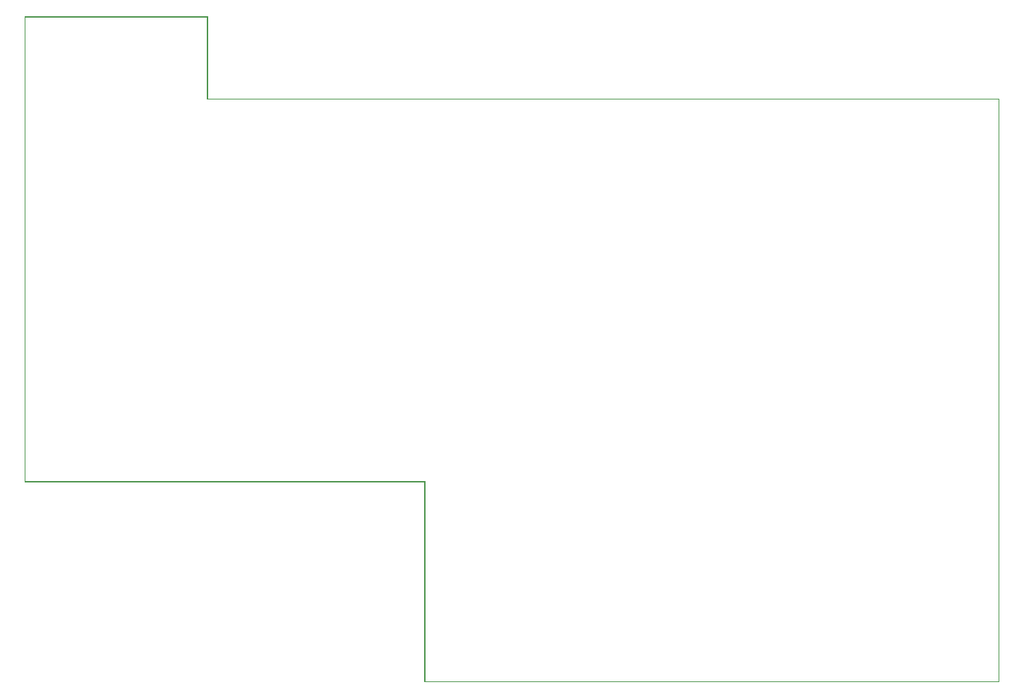
<source format=gko>
G04*
G04 Format:               Gerber RS-274X*
G04 Export Settings:      OSH Park*
G04 Layer:                BoardOutline*
G04 This File Name:       576NUC_FujiNet_V1.6.gko*
G04 Source File Name:     576NUC_FujiNet_V1.6.rrb*
G04 Unique ID:            d1145678-c053-40f8-9390-8959fa1d921f*
G04 Generated Date:       Saturday, 09 October 2021 17:44:57*
G04*
G04 Created Using:        Robot Room Copper Connection v3.0.5875*
G04 Software Contact:     http://www.robotroom.com/CopperConnection/Support.aspx*
G04 License Number:       2194*
G04*
G04 Zero Suppression:     Leading*
G04 Number Precision:     2.4*
G04*
%FSLAX24Y24*%
%MOIN*%
%LNBoardEdge*%
%ADD10R,.006X.006*%
D10*
G01X0Y31410D02*
X8620D01*
Y27530D01*
X46000D01*
Y0D01*
X18880D01*
Y9440D01*
X0D01*
Y31410D01*
M02*

</source>
